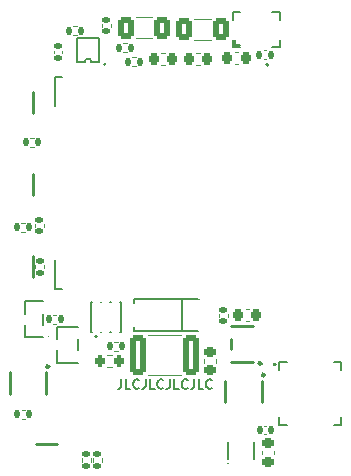
<source format=gbr>
%TF.GenerationSoftware,KiCad,Pcbnew,(6.0.9-0)*%
%TF.CreationDate,2022-11-18T22:27:02+01:00*%
%TF.ProjectId,GlowCoreMini PCB,476c6f77-436f-4726-954d-696e69205043,rev?*%
%TF.SameCoordinates,Original*%
%TF.FileFunction,Legend,Top*%
%TF.FilePolarity,Positive*%
%FSLAX46Y46*%
G04 Gerber Fmt 4.6, Leading zero omitted, Abs format (unit mm)*
G04 Created by KiCad (PCBNEW (6.0.9-0)) date 2022-11-18 22:27:02*
%MOMM*%
%LPD*%
G01*
G04 APERTURE LIST*
G04 Aperture macros list*
%AMRoundRect*
0 Rectangle with rounded corners*
0 $1 Rounding radius*
0 $2 $3 $4 $5 $6 $7 $8 $9 X,Y pos of 4 corners*
0 Add a 4 corners polygon primitive as box body*
4,1,4,$2,$3,$4,$5,$6,$7,$8,$9,$2,$3,0*
0 Add four circle primitives for the rounded corners*
1,1,$1+$1,$2,$3*
1,1,$1+$1,$4,$5*
1,1,$1+$1,$6,$7*
1,1,$1+$1,$8,$9*
0 Add four rect primitives between the rounded corners*
20,1,$1+$1,$2,$3,$4,$5,0*
20,1,$1+$1,$4,$5,$6,$7,0*
20,1,$1+$1,$6,$7,$8,$9,0*
20,1,$1+$1,$8,$9,$2,$3,0*%
G04 Aperture macros list end*
%ADD10C,0.150000*%
%ADD11C,0.151994*%
%ADD12C,0.140005*%
%ADD13C,0.120000*%
%ADD14C,0.254001*%
%ADD15C,0.059995*%
%ADD16C,0.152400*%
%ADD17C,0.200000*%
%ADD18C,0.300000*%
%ADD19C,0.131597*%
%ADD20C,0.127000*%
%ADD21R,0.400000X1.145009*%
%ADD22RoundRect,0.225000X0.250000X-0.225000X0.250000X0.225000X-0.250000X0.225000X-0.250000X-0.225000X0*%
%ADD23RoundRect,0.135000X0.135000X0.185000X-0.135000X0.185000X-0.135000X-0.185000X0.135000X-0.185000X0*%
%ADD24C,2.200000*%
%ADD25RoundRect,0.250000X0.400000X1.450000X-0.400000X1.450000X-0.400000X-1.450000X0.400000X-1.450000X0*%
%ADD26RoundRect,0.200000X0.200000X0.275000X-0.200000X0.275000X-0.200000X-0.275000X0.200000X-0.275000X0*%
%ADD27R,0.550013X1.000000*%
%ADD28R,1.250013X0.700000*%
%ADD29RoundRect,0.140000X-0.170000X0.140000X-0.170000X-0.140000X0.170000X-0.140000X0.170000X0.140000X0*%
%ADD30R,0.900000X0.280010*%
%ADD31R,0.280010X0.900000*%
%ADD32R,3.300000X3.300000*%
%ADD33RoundRect,0.225000X-0.225000X-0.250000X0.225000X-0.250000X0.225000X0.250000X-0.225000X0.250000X0*%
%ADD34R,2.046380X1.620015*%
%ADD35C,0.700025*%
%ADD36R,1.200000X0.900000*%
%ADD37R,1.300000X1.200000*%
%ADD38RoundRect,0.250000X-0.412500X-0.650000X0.412500X-0.650000X0.412500X0.650000X-0.412500X0.650000X0*%
%ADD39O,0.750013X0.250013*%
%ADD40RoundRect,0.135000X-0.185000X0.135000X-0.185000X-0.135000X0.185000X-0.135000X0.185000X0.135000X0*%
%ADD41R,1.050013X0.550013*%
%ADD42R,0.450013X1.400000*%
%ADD43R,2.400000X0.450013*%
%ADD44R,0.450013X1.000000*%
%ADD45R,2.000000X0.450013*%
%ADD46RoundRect,0.135000X-0.135000X-0.185000X0.135000X-0.185000X0.135000X0.185000X-0.135000X0.185000X0*%
%ADD47RoundRect,0.140000X0.140000X0.170000X-0.140000X0.170000X-0.140000X-0.170000X0.140000X-0.170000X0*%
%ADD48R,1.000000X0.600000*%
%ADD49R,1.070003X0.600000*%
%ADD50RoundRect,0.135000X0.185000X-0.135000X0.185000X0.135000X-0.185000X0.135000X-0.185000X-0.135000X0*%
%ADD51R,0.900000X1.200000*%
%ADD52R,1.200000X1.300000*%
%ADD53R,0.419990X0.600000*%
%ADD54R,0.900000X2.000000*%
%ADD55R,2.000000X0.900000*%
%ADD56R,1.330000X1.330000*%
%ADD57R,0.600000X1.300000*%
%ADD58R,0.300000X1.300000*%
%ADD59O,1.200000X2.200000*%
%ADD60O,1.200000X1.800000*%
%ADD61RoundRect,0.140000X-0.140000X-0.170000X0.140000X-0.170000X0.140000X0.170000X-0.140000X0.170000X0*%
%ADD62RoundRect,0.140000X0.170000X-0.140000X0.170000X0.140000X-0.170000X0.140000X-0.170000X-0.140000X0*%
G04 APERTURE END LIST*
D10*
X92880176Y-80791104D02*
X92880176Y-81362533D01*
X92842080Y-81476819D01*
X92765890Y-81553009D01*
X92651604Y-81591104D01*
X92575414Y-81591104D01*
X93642080Y-81591104D02*
X93261128Y-81591104D01*
X93261128Y-80791104D01*
X94365890Y-81514914D02*
X94327795Y-81553009D01*
X94213509Y-81591104D01*
X94137319Y-81591104D01*
X94023033Y-81553009D01*
X93946842Y-81476819D01*
X93908747Y-81400628D01*
X93870652Y-81248247D01*
X93870652Y-81133961D01*
X93908747Y-80981580D01*
X93946842Y-80905390D01*
X94023033Y-80829200D01*
X94137319Y-80791104D01*
X94213509Y-80791104D01*
X94327795Y-80829200D01*
X94365890Y-80867295D01*
X94937319Y-80791104D02*
X94937319Y-81362533D01*
X94899223Y-81476819D01*
X94823033Y-81553009D01*
X94708747Y-81591104D01*
X94632557Y-81591104D01*
X95699223Y-81591104D02*
X95318271Y-81591104D01*
X95318271Y-80791104D01*
X96423033Y-81514914D02*
X96384938Y-81553009D01*
X96270652Y-81591104D01*
X96194461Y-81591104D01*
X96080176Y-81553009D01*
X96003985Y-81476819D01*
X95965890Y-81400628D01*
X95927795Y-81248247D01*
X95927795Y-81133961D01*
X95965890Y-80981580D01*
X96003985Y-80905390D01*
X96080176Y-80829200D01*
X96194461Y-80791104D01*
X96270652Y-80791104D01*
X96384938Y-80829200D01*
X96423033Y-80867295D01*
X96994461Y-80791104D02*
X96994461Y-81362533D01*
X96956366Y-81476819D01*
X96880176Y-81553009D01*
X96765890Y-81591104D01*
X96689700Y-81591104D01*
X97756366Y-81591104D02*
X97375414Y-81591104D01*
X97375414Y-80791104D01*
X98480176Y-81514914D02*
X98442080Y-81553009D01*
X98327795Y-81591104D01*
X98251604Y-81591104D01*
X98137319Y-81553009D01*
X98061128Y-81476819D01*
X98023033Y-81400628D01*
X97984938Y-81248247D01*
X97984938Y-81133961D01*
X98023033Y-80981580D01*
X98061128Y-80905390D01*
X98137319Y-80829200D01*
X98251604Y-80791104D01*
X98327795Y-80791104D01*
X98442080Y-80829200D01*
X98480176Y-80867295D01*
X99051604Y-80791104D02*
X99051604Y-81362533D01*
X99013509Y-81476819D01*
X98937319Y-81553009D01*
X98823033Y-81591104D01*
X98746842Y-81591104D01*
X99813509Y-81591104D02*
X99432557Y-81591104D01*
X99432557Y-80791104D01*
X100537319Y-81514914D02*
X100499223Y-81553009D01*
X100384938Y-81591104D01*
X100308747Y-81591104D01*
X100194461Y-81553009D01*
X100118271Y-81476819D01*
X100080176Y-81400628D01*
X100042080Y-81248247D01*
X100042080Y-81133961D01*
X100080176Y-80981580D01*
X100118271Y-80905390D01*
X100194461Y-80829200D01*
X100308747Y-80791104D01*
X100384938Y-80791104D01*
X100499223Y-80829200D01*
X100537319Y-80867295D01*
D11*
%TO.C,U8*%
X92811603Y-76758803D02*
X92751760Y-76758803D01*
X91991486Y-76758803D02*
X91951658Y-76758803D01*
X90391282Y-76758803D02*
X90271597Y-76758803D01*
X92811603Y-74218797D02*
X92811603Y-76758803D01*
X90271597Y-76504802D02*
X90271597Y-74218797D01*
X91951658Y-74218797D02*
X91991486Y-74218797D01*
X90271597Y-76758803D02*
X90271597Y-76504802D01*
X92751760Y-74218797D02*
X92811603Y-74218797D01*
X90271597Y-74218797D02*
X90391282Y-74218797D01*
X91151557Y-74218797D02*
X91191384Y-74218797D01*
X91191384Y-76758803D02*
X91151557Y-76758803D01*
D12*
X90801696Y-77168759D02*
G75*
G03*
X90801696Y-77168759I-70104J0D01*
G01*
D13*
%TO.C,C14*%
X100916200Y-79363180D02*
X100916200Y-79082020D01*
X99896200Y-79363180D02*
X99896200Y-79082020D01*
%TO.C,R6*%
X84735641Y-83363800D02*
X84428359Y-83363800D01*
X84735641Y-84123800D02*
X84428359Y-84123800D01*
%TO.C,F1*%
X97906252Y-77030000D02*
X95133748Y-77030000D01*
X97906252Y-80450000D02*
X95133748Y-80450000D01*
%TO.C,R4*%
X92112208Y-78726100D02*
X91637692Y-78726100D01*
X92112208Y-79771100D02*
X91637692Y-79771100D01*
D14*
%TO.C,U9*%
X104788668Y-82713400D02*
X104788668Y-80913375D01*
X101688642Y-82713400D02*
X101688642Y-80913375D01*
X105016557Y-80416397D02*
G75*
G03*
X105016557Y-80416397I-127000J0D01*
G01*
D15*
X104703629Y-80413375D02*
G75*
G03*
X104703629Y-80413375I-29998J0D01*
G01*
D13*
%TO.C,R5*%
X87380391Y-76072600D02*
X87073109Y-76072600D01*
X87380391Y-75312600D02*
X87073109Y-75312600D01*
D16*
%TO.C,U5*%
X86202762Y-77236554D02*
X84750336Y-77236554D01*
X84750336Y-74184128D02*
X84750336Y-75215751D01*
X84750336Y-77236554D02*
X84750336Y-76204931D01*
X86202762Y-75254943D02*
X86202762Y-76165739D01*
X86202762Y-74184128D02*
X84750336Y-74184128D01*
D15*
X86706546Y-77160354D02*
G75*
G03*
X86706546Y-77160354I-29997J0D01*
G01*
D13*
%TO.C,C8*%
X101153848Y-75269751D02*
X101153848Y-75485423D01*
X101873848Y-75269751D02*
X101873848Y-75485423D01*
D17*
%TO.C,U12*%
X106211683Y-79991200D02*
X106211683Y-79341213D01*
X110861670Y-84641187D02*
X111511657Y-84641187D01*
X106211683Y-83991200D02*
X106211683Y-84641187D01*
X111511657Y-79991200D02*
X111511657Y-79341213D01*
X111511657Y-79341213D02*
X110861670Y-79341213D01*
X111511657Y-84641187D02*
X111511657Y-83991200D01*
X106211683Y-79341213D02*
X106861670Y-79341213D01*
X106211683Y-84641187D02*
X106861670Y-84641187D01*
D18*
X105861924Y-79542635D02*
G75*
G03*
X105861924Y-79540095I-161288J1270D01*
G01*
D13*
%TO.C,C6*%
X103392868Y-74844787D02*
X103674028Y-74844787D01*
X103392868Y-75864787D02*
X103674028Y-75864787D01*
D16*
%TO.C,U7*%
X93971232Y-73998097D02*
X93971232Y-74348592D01*
X93971232Y-76725503D02*
X93971232Y-76375008D01*
X99373568Y-76725503D02*
X93971232Y-76725503D01*
X98011364Y-76725503D02*
X98011364Y-73998097D01*
X99373568Y-73998097D02*
X93971232Y-73998097D01*
D15*
X99502499Y-73986921D02*
G75*
G03*
X99502499Y-73986921I-29972J0D01*
G01*
D13*
%TO.C,C5*%
X102487820Y-54055855D02*
X102768980Y-54055855D01*
X102487820Y-53035855D02*
X102768980Y-53035855D01*
D14*
%TO.C,SW2*%
X85385906Y-58242802D02*
X85385906Y-56464798D01*
D13*
%TO.C,C7*%
X99034548Y-50245600D02*
X100457052Y-50245600D01*
X99034548Y-52065600D02*
X100457052Y-52065600D01*
D17*
%TO.C,U2*%
X90955742Y-53867650D02*
X90955742Y-51867701D01*
X89155717Y-51867701D02*
X89155717Y-53867650D01*
X90955742Y-51867701D02*
X89155717Y-51867701D01*
X89801767Y-53883703D02*
X89155717Y-53883703D01*
X90309768Y-53883703D02*
X90955742Y-53883703D01*
X90309743Y-53883678D02*
G75*
G03*
X89801741Y-53883678I-254001J0D01*
G01*
D19*
X91544067Y-54120302D02*
G75*
G03*
X91544067Y-54120302I-65798J0D01*
G01*
D13*
%TO.C,C9*%
X94081548Y-51913200D02*
X95504052Y-51913200D01*
X94081548Y-50093200D02*
X95504052Y-50093200D01*
%TO.C,R13*%
X86336750Y-71093959D02*
X86336750Y-71401241D01*
X85576750Y-71093959D02*
X85576750Y-71401241D01*
D14*
%TO.C,SW3*%
X85385906Y-72136602D02*
X85385906Y-70358598D01*
D13*
%TO.C,R14*%
X93346241Y-52350400D02*
X93038959Y-52350400D01*
X93346241Y-53110400D02*
X93038959Y-53110400D01*
%TO.C,C1*%
X91977800Y-50742964D02*
X91977800Y-50958636D01*
X91257800Y-50742964D02*
X91257800Y-50958636D01*
D11*
%TO.C,U3*%
X102293391Y-52048958D02*
X102293391Y-52691579D01*
X102293391Y-52691579D02*
X102654122Y-52691579D01*
X102292400Y-49670421D02*
X102292400Y-50332346D01*
X102654732Y-52690462D02*
X102934285Y-52690462D01*
X106292400Y-49690462D02*
X106292400Y-50332346D01*
X105639542Y-49670421D02*
X106272436Y-49670421D01*
X102892425Y-52490487D02*
X102492425Y-52490487D01*
X102292400Y-49670421D02*
X102945258Y-49670421D01*
X106272436Y-49670421D02*
X106292400Y-49690462D01*
X102492425Y-52490487D02*
X102492425Y-52090487D01*
X105650515Y-52690462D02*
X106292400Y-52690462D01*
X106292400Y-52048577D02*
X106292400Y-52690462D01*
D15*
X102322422Y-52690487D02*
G75*
G03*
X102322422Y-52690487I-29997J0D01*
G01*
D13*
%TO.C,R12*%
X93800959Y-53518800D02*
X94108241Y-53518800D01*
X93800959Y-54278800D02*
X94108241Y-54278800D01*
%TO.C,R9*%
X85139559Y-60351400D02*
X85446841Y-60351400D01*
X85139559Y-61111400D02*
X85446841Y-61111400D01*
%TO.C,R3*%
X92254709Y-78384000D02*
X92561991Y-78384000D01*
X92254709Y-77624000D02*
X92561991Y-77624000D01*
%TO.C,C4*%
X105136836Y-53649200D02*
X104921164Y-53649200D01*
X105136836Y-52929200D02*
X104921164Y-52929200D01*
D14*
%TO.C,SW4*%
X85385906Y-65189702D02*
X85385906Y-63411698D01*
%TO.C,U6*%
X102201699Y-76250787D02*
X104001725Y-76250787D01*
X102201699Y-79350813D02*
X104001725Y-79350813D01*
X102201699Y-78200825D02*
X102201699Y-77400800D01*
X104752626Y-79451753D02*
G75*
G03*
X104752626Y-79451753I-127000J0D01*
G01*
D15*
X104531747Y-79250838D02*
G75*
G03*
X104531747Y-79250838I-29997J0D01*
G01*
D16*
%TO.C,U11*%
X89166473Y-79387195D02*
X87414073Y-79387195D01*
X89166473Y-77395602D02*
X89166473Y-78306398D01*
X89166473Y-76314805D02*
X87414073Y-76314805D01*
X87414073Y-76314805D02*
X87414073Y-77356410D01*
X87414073Y-79387195D02*
X87414073Y-78345590D01*
D15*
X89720270Y-79310995D02*
G75*
G03*
X89720270Y-79310995I-29997J0D01*
G01*
D13*
%TO.C,R7*%
X89510600Y-87790841D02*
X89510600Y-87483559D01*
X90270600Y-87790841D02*
X90270600Y-87483559D01*
%TO.C,R15*%
X84684841Y-68299600D02*
X84377559Y-68299600D01*
X84684841Y-67539600D02*
X84377559Y-67539600D01*
D14*
%TO.C,SW1*%
X87440516Y-86292694D02*
X85662512Y-86292694D01*
D13*
%TO.C,R8*%
X91235800Y-87790841D02*
X91235800Y-87483559D01*
X90475800Y-87790841D02*
X90475800Y-87483559D01*
%TO.C,C10*%
X105843800Y-87135580D02*
X105843800Y-86854420D01*
X104823800Y-87135580D02*
X104823800Y-86854420D01*
D17*
%TO.C,U14*%
X104071600Y-86117200D02*
X104071600Y-87517200D01*
X101871600Y-86117200D02*
X101871600Y-87517200D01*
X101877391Y-87910672D02*
G75*
G03*
X101877391Y-87908132I-134405J1270D01*
G01*
D15*
X101901673Y-87870642D02*
G75*
G03*
X101901673Y-87870642I-29997J0D01*
G01*
D20*
%TO.C,U1*%
X87890150Y-55153500D02*
X87240150Y-55153500D01*
X87240150Y-70703500D02*
X87240150Y-73153500D01*
X87240150Y-55153500D02*
X87240150Y-57603500D01*
X87240150Y-73153500D02*
X87890150Y-73153500D01*
D17*
X105340150Y-54153500D02*
G75*
G03*
X105340150Y-54153500I-100000J0D01*
G01*
D13*
%TO.C,C11*%
X104946564Y-84704600D02*
X105162236Y-84704600D01*
X104946564Y-85424600D02*
X105162236Y-85424600D01*
%TO.C,C12*%
X99224220Y-54179000D02*
X99505380Y-54179000D01*
X99224220Y-53159000D02*
X99505380Y-53159000D01*
%TO.C,R1*%
X89104441Y-51637200D02*
X88797159Y-51637200D01*
X89104441Y-50877200D02*
X88797159Y-50877200D01*
%TO.C,C13*%
X85571350Y-67875636D02*
X85571350Y-67659964D01*
X86291350Y-67875636D02*
X86291350Y-67659964D01*
D14*
%TO.C,U4*%
X83438387Y-82002200D02*
X83438387Y-80202175D01*
X86538413Y-82002200D02*
X86538413Y-80202175D01*
D15*
X86453374Y-79702175D02*
G75*
G03*
X86453374Y-79702175I-29998J0D01*
G01*
D14*
X86766302Y-79705197D02*
G75*
G03*
X86766302Y-79705197I-127000J0D01*
G01*
D13*
%TO.C,C2*%
X87888400Y-53168436D02*
X87888400Y-52952764D01*
X87168400Y-53168436D02*
X87168400Y-52952764D01*
%TO.C,C3*%
X96265420Y-53159000D02*
X96546580Y-53159000D01*
X96265420Y-54179000D02*
X96546580Y-54179000D01*
%TD*%
%LPC*%
D21*
%TO.C,U8*%
X90771470Y-76336400D03*
X91571572Y-76336400D03*
X92371674Y-76336400D03*
X92371674Y-74641200D03*
X91571572Y-74641200D03*
X90771470Y-74641200D03*
%TD*%
D22*
%TO.C,C14*%
X100406200Y-79997600D03*
X100406200Y-78447600D03*
%TD*%
D23*
%TO.C,R6*%
X85092000Y-83743800D03*
X84072000Y-83743800D03*
%TD*%
D24*
%TO.C,H1*%
X86309200Y-51231800D03*
%TD*%
D25*
%TO.C,F1*%
X98745000Y-78740000D03*
X94295000Y-78740000D03*
%TD*%
D26*
%TO.C,R4*%
X92699950Y-79248600D03*
X91049950Y-79248600D03*
%TD*%
D27*
%TO.C,U9*%
X104188515Y-80413349D03*
X103238553Y-80413349D03*
X102288591Y-80413349D03*
X102288591Y-83213451D03*
X103238553Y-83213451D03*
X104188515Y-83213451D03*
%TD*%
D23*
%TO.C,R5*%
X87736750Y-75692600D03*
X86716750Y-75692600D03*
%TD*%
D28*
%TO.C,U5*%
X86476549Y-76660303D03*
X86476549Y-74760379D03*
X84476549Y-75710341D03*
%TD*%
D24*
%TO.C,H2*%
X110337600Y-86893400D03*
%TD*%
D29*
%TO.C,C8*%
X101513848Y-74897587D03*
X101513848Y-75857587D03*
%TD*%
D30*
%TO.C,U12*%
X106361721Y-80490133D03*
X106361721Y-80990514D03*
X106361721Y-81490895D03*
X106361721Y-81991276D03*
X106361721Y-82491657D03*
X106361721Y-82992038D03*
X106361721Y-83492419D03*
D31*
X107360451Y-84491403D03*
X107860832Y-84491403D03*
X108361213Y-84491403D03*
X108861594Y-84491403D03*
X109361975Y-84491403D03*
X109862356Y-84491403D03*
X110362737Y-84491403D03*
D30*
X111361721Y-83492419D03*
X111361721Y-82992038D03*
X111361721Y-82491657D03*
X111361721Y-81991276D03*
X111361721Y-81490895D03*
X111361721Y-80990514D03*
X111361721Y-80490133D03*
D31*
X110362737Y-79491403D03*
X109862356Y-79491403D03*
X109361975Y-79491403D03*
X108861594Y-79491403D03*
X108361213Y-79491403D03*
X107860832Y-79491403D03*
X107360451Y-79491403D03*
D32*
X108861594Y-81991276D03*
%TD*%
D33*
%TO.C,C6*%
X102758448Y-75354787D03*
X104308448Y-75354787D03*
%TD*%
D34*
%TO.C,U7*%
X99237831Y-75361825D03*
X94107020Y-75361825D03*
%TD*%
D33*
%TO.C,C5*%
X101853400Y-53545855D03*
X103403400Y-53545855D03*
%TD*%
D35*
%TO.C,SW2*%
X83985932Y-58203686D03*
X83985932Y-56503660D03*
D36*
X83985932Y-59653775D03*
X83985932Y-55053825D03*
D37*
X85535843Y-59028679D03*
X85535843Y-55678667D03*
%TD*%
D38*
%TO.C,C7*%
X98183300Y-51155600D03*
X101308300Y-51155600D03*
%TD*%
D39*
%TO.C,U2*%
X91605780Y-53617663D03*
X91605780Y-53117536D03*
X91605780Y-52617663D03*
X91605780Y-52117536D03*
X88505958Y-52117536D03*
X88505958Y-52617663D03*
X88505958Y-53117536D03*
X88505958Y-53617663D03*
%TD*%
D38*
%TO.C,C9*%
X93230300Y-51003200D03*
X96355300Y-51003200D03*
%TD*%
D40*
%TO.C,R13*%
X85956750Y-70737600D03*
X85956750Y-71757600D03*
%TD*%
D35*
%TO.C,SW3*%
X83985932Y-70397460D03*
X83985932Y-72097486D03*
D36*
X83985932Y-73547575D03*
X83985932Y-68947625D03*
D37*
X85535843Y-72922479D03*
X85535843Y-69572467D03*
%TD*%
D23*
%TO.C,R14*%
X93702600Y-52730400D03*
X92682600Y-52730400D03*
%TD*%
D29*
%TO.C,C1*%
X91617800Y-50370800D03*
X91617800Y-51330800D03*
%TD*%
D41*
%TO.C,U3*%
X103617317Y-51615455D03*
X104967584Y-51615455D03*
X104967584Y-50765569D03*
X103617317Y-50765569D03*
D42*
X102567533Y-51190512D03*
D43*
X104292451Y-52415557D03*
D44*
X106017368Y-50971488D03*
D45*
X104092349Y-49965468D03*
%TD*%
D46*
%TO.C,R12*%
X93444600Y-53898800D03*
X94464600Y-53898800D03*
%TD*%
%TO.C,R9*%
X84783200Y-60731400D03*
X85803200Y-60731400D03*
%TD*%
%TO.C,R3*%
X91898350Y-78004000D03*
X92918350Y-78004000D03*
%TD*%
D47*
%TO.C,C4*%
X105509000Y-53289200D03*
X104549000Y-53289200D03*
%TD*%
D35*
%TO.C,SW4*%
X83985932Y-63450560D03*
X83985932Y-65150586D03*
D36*
X83985932Y-66600675D03*
X83985932Y-62000725D03*
D37*
X85535843Y-65975579D03*
X85535843Y-62625567D03*
%TD*%
D48*
%TO.C,U6*%
X104401852Y-78750711D03*
X104401852Y-77800749D03*
X104401852Y-76850787D03*
X101801648Y-76850787D03*
X101801648Y-78750711D03*
%TD*%
D49*
%TO.C,U11*%
X89525477Y-78800962D03*
X89525477Y-76901038D03*
X87055323Y-77851000D03*
%TD*%
D50*
%TO.C,R7*%
X89890600Y-88147200D03*
X89890600Y-87127200D03*
%TD*%
D23*
%TO.C,R15*%
X85041200Y-67919600D03*
X84021200Y-67919600D03*
%TD*%
D35*
%TO.C,SW1*%
X85701374Y-87692668D03*
X87401400Y-87692668D03*
D51*
X88851489Y-87692668D03*
X84251539Y-87692668D03*
D52*
X88226393Y-86142757D03*
X84876381Y-86142757D03*
%TD*%
D50*
%TO.C,R8*%
X90855800Y-88147200D03*
X90855800Y-87127200D03*
%TD*%
D22*
%TO.C,C10*%
X105333800Y-87770000D03*
X105333800Y-86220000D03*
%TD*%
D53*
%TO.C,U14*%
X102321613Y-87767162D03*
X102971600Y-87767162D03*
X103621587Y-87767162D03*
X103621587Y-85867238D03*
X102971600Y-85867238D03*
X102321613Y-85867238D03*
%TD*%
D54*
%TO.C,U1*%
X105250150Y-55653500D03*
X103980150Y-55653500D03*
X102710150Y-55653500D03*
X101440150Y-55653500D03*
X100170150Y-55653500D03*
X98900150Y-55653500D03*
X97630150Y-55653500D03*
X96360150Y-55653500D03*
X95090150Y-55653500D03*
X93820150Y-55653500D03*
X92550150Y-55653500D03*
X91280150Y-55653500D03*
X90010150Y-55653500D03*
X88740150Y-55653500D03*
D55*
X87740150Y-58438500D03*
X87740150Y-59708500D03*
X87740150Y-60978500D03*
X87740150Y-62248500D03*
X87740150Y-63518500D03*
X87740150Y-64788500D03*
X87740150Y-66058500D03*
X87740150Y-67328500D03*
X87740150Y-68598500D03*
X87740150Y-69868500D03*
D54*
X88740150Y-72653500D03*
X90010150Y-72653500D03*
X91280150Y-72653500D03*
X92550150Y-72653500D03*
X93820150Y-72653500D03*
X95090150Y-72653500D03*
X96360150Y-72653500D03*
X97630150Y-72653500D03*
X98900150Y-72653500D03*
X100170150Y-72653500D03*
X101440150Y-72653500D03*
X102710150Y-72653500D03*
X103980150Y-72653500D03*
X105250150Y-72653500D03*
D56*
X97750150Y-63153500D03*
X99585150Y-63153500D03*
X95915150Y-61318500D03*
X95915150Y-64988500D03*
X95915150Y-63153500D03*
X99585150Y-61318500D03*
X97750150Y-64988500D03*
X97750150Y-61318500D03*
X99585150Y-64988500D03*
%TD*%
D35*
%TO.C,USB1*%
X93658532Y-83781855D03*
X99438568Y-83781855D03*
D57*
X93348652Y-82539284D03*
X94148499Y-82539284D03*
D58*
X95298614Y-82539284D03*
X96298614Y-82539284D03*
X96798486Y-82539284D03*
X97798486Y-82539284D03*
D57*
X99748448Y-82539284D03*
X98948601Y-82539284D03*
D58*
X98298614Y-82539284D03*
X97298614Y-82539284D03*
X95798486Y-82539284D03*
X94798486Y-82539284D03*
D59*
X100868591Y-83281728D03*
D60*
X92228509Y-87461814D03*
D59*
X92228509Y-83281728D03*
D60*
X100868591Y-87461814D03*
%TD*%
D61*
%TO.C,C11*%
X104574400Y-85064600D03*
X105534400Y-85064600D03*
%TD*%
D33*
%TO.C,C12*%
X98589800Y-53669000D03*
X100139800Y-53669000D03*
%TD*%
D23*
%TO.C,R1*%
X89460800Y-51257200D03*
X88440800Y-51257200D03*
%TD*%
D62*
%TO.C,C13*%
X85931350Y-68247800D03*
X85931350Y-67287800D03*
%TD*%
D27*
%TO.C,U4*%
X85938260Y-79702149D03*
X84988298Y-79702149D03*
X84038336Y-79702149D03*
X84038336Y-82502251D03*
X84988298Y-82502251D03*
X85938260Y-82502251D03*
%TD*%
D62*
%TO.C,C2*%
X87528400Y-53540600D03*
X87528400Y-52580600D03*
%TD*%
D33*
%TO.C,C3*%
X95631000Y-53669000D03*
X97181000Y-53669000D03*
%TD*%
M02*

</source>
